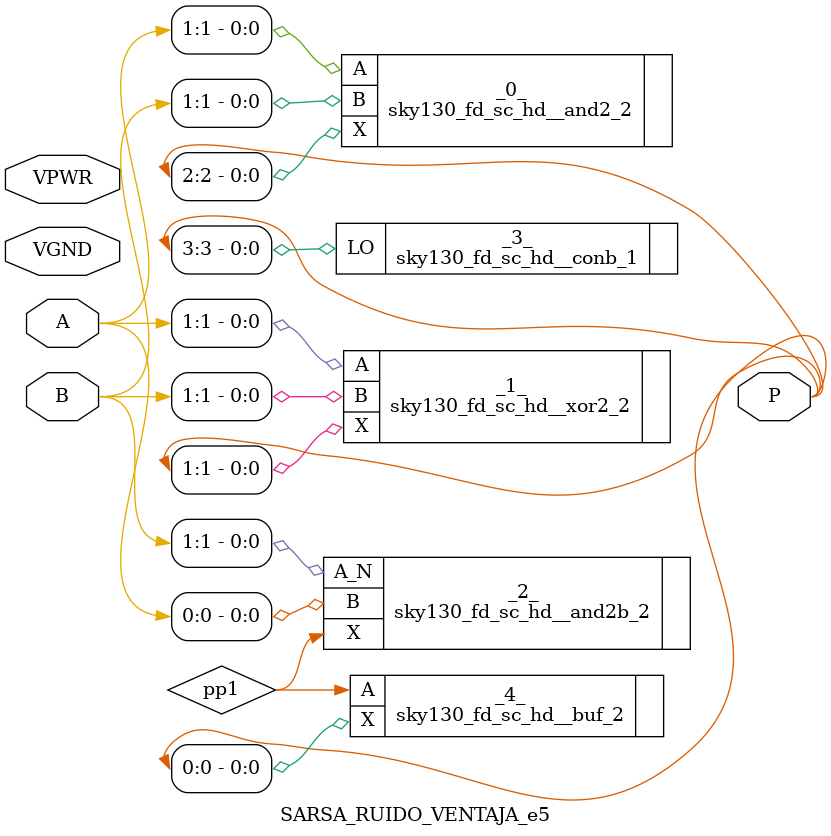
<source format=v>
module SARSA_RUIDO_VENTAJA_e5 (A,
    B,
    P,
    VPWR,
    VGND);
 input [1:0] A;
 input [1:0] B;
 output [3:0] P;
 inout VPWR;
 inout VGND;

 wire pp1;

 sky130_fd_sc_hd__and2_2 _0_ (.A(A[1]),
    .B(B[1]),
    .X(P[2]));
 sky130_fd_sc_hd__xor2_2 _1_ (.A(A[1]),
    .B(B[1]),
    .X(P[1]));
 sky130_fd_sc_hd__and2b_2 _2_ (.A_N(B[1]),
    .B(A[0]),
    .X(pp1));
 sky130_fd_sc_hd__conb_1 _3_ (.LO(P[3]));
 sky130_fd_sc_hd__buf_2 _4_ (.A(pp1),
    .X(P[0]));
 sky130_fd_sc_hd__decap_3 PHY_EDGE_ROW_0_Right_0 ();
 sky130_fd_sc_hd__decap_3 PHY_EDGE_ROW_1_Right_1 ();
 sky130_fd_sc_hd__decap_3 PHY_EDGE_ROW_2_Right_2 ();
 sky130_fd_sc_hd__decap_3 PHY_EDGE_ROW_3_Right_3 ();
 sky130_fd_sc_hd__decap_3 PHY_EDGE_ROW_4_Right_4 ();
 sky130_fd_sc_hd__decap_3 PHY_EDGE_ROW_5_Right_5 ();
 sky130_fd_sc_hd__decap_3 PHY_EDGE_ROW_6_Right_6 ();
 sky130_fd_sc_hd__decap_3 PHY_EDGE_ROW_7_Right_7 ();
 sky130_fd_sc_hd__decap_3 PHY_EDGE_ROW_8_Right_8 ();
 sky130_fd_sc_hd__decap_3 PHY_EDGE_ROW_9_Right_9 ();
 sky130_fd_sc_hd__decap_3 PHY_EDGE_ROW_0_Left_10 ();
 sky130_fd_sc_hd__decap_3 PHY_EDGE_ROW_1_Left_11 ();
 sky130_fd_sc_hd__decap_3 PHY_EDGE_ROW_2_Left_12 ();
 sky130_fd_sc_hd__decap_3 PHY_EDGE_ROW_3_Left_13 ();
 sky130_fd_sc_hd__decap_3 PHY_EDGE_ROW_4_Left_14 ();
 sky130_fd_sc_hd__decap_3 PHY_EDGE_ROW_5_Left_15 ();
 sky130_fd_sc_hd__decap_3 PHY_EDGE_ROW_6_Left_16 ();
 sky130_fd_sc_hd__decap_3 PHY_EDGE_ROW_7_Left_17 ();
 sky130_fd_sc_hd__decap_3 PHY_EDGE_ROW_8_Left_18 ();
 sky130_fd_sc_hd__decap_3 PHY_EDGE_ROW_9_Left_19 ();
 sky130_fd_sc_hd__tapvpwrvgnd_1 TAP_TAPCELL_ROW_0_20 ();
 sky130_fd_sc_hd__tapvpwrvgnd_1 TAP_TAPCELL_ROW_0_21 ();
 sky130_fd_sc_hd__tapvpwrvgnd_1 TAP_TAPCELL_ROW_1_22 ();
 sky130_fd_sc_hd__tapvpwrvgnd_1 TAP_TAPCELL_ROW_2_23 ();
 sky130_fd_sc_hd__tapvpwrvgnd_1 TAP_TAPCELL_ROW_3_24 ();
 sky130_fd_sc_hd__tapvpwrvgnd_1 TAP_TAPCELL_ROW_4_25 ();
 sky130_fd_sc_hd__tapvpwrvgnd_1 TAP_TAPCELL_ROW_5_26 ();
 sky130_fd_sc_hd__tapvpwrvgnd_1 TAP_TAPCELL_ROW_6_27 ();
 sky130_fd_sc_hd__tapvpwrvgnd_1 TAP_TAPCELL_ROW_7_28 ();
 sky130_fd_sc_hd__tapvpwrvgnd_1 TAP_TAPCELL_ROW_8_29 ();
 sky130_fd_sc_hd__tapvpwrvgnd_1 TAP_TAPCELL_ROW_9_30 ();
 sky130_fd_sc_hd__tapvpwrvgnd_1 TAP_TAPCELL_ROW_9_31 ();
endmodule

</source>
